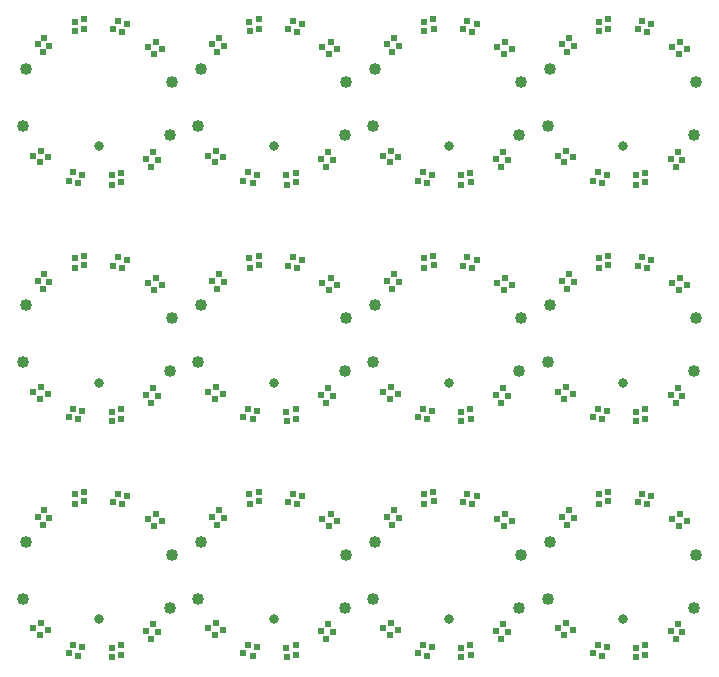
<source format=gbs>
G75*
%MOIN*%
%OFA0B0*%
%FSLAX25Y25*%
%IPPOS*%
%LPD*%
%AMOC8*
5,1,8,0,0,1.08239X$1,22.5*
%
%ADD10C,0.03156*%
%ADD11C,0.02369*%
%ADD12C,0.04000*%
D10*
X0094504Y0083687D03*
X0152772Y0083687D03*
X0211039Y0083687D03*
X0269307Y0083687D03*
X0269307Y0162427D03*
X0211039Y0162427D03*
X0152772Y0162427D03*
X0094504Y0162427D03*
X0094504Y0241167D03*
X0152772Y0241167D03*
X0211039Y0241167D03*
X0269307Y0241167D03*
D11*
X0074817Y0078371D03*
X0072568Y0080611D03*
X0075292Y0082240D03*
X0077542Y0080000D03*
X0085914Y0075001D03*
X0084369Y0072229D03*
X0087437Y0071414D03*
X0088982Y0074187D03*
X0098732Y0074044D03*
X0101796Y0074872D03*
X0101844Y0071698D03*
X0098780Y0070870D03*
X0111940Y0076899D03*
X0110311Y0079623D03*
X0112551Y0081872D03*
X0114180Y0079148D03*
X0130836Y0080611D03*
X0133560Y0082240D03*
X0135809Y0080000D03*
X0133085Y0078371D03*
X0142637Y0072229D03*
X0144182Y0075001D03*
X0147249Y0074187D03*
X0145704Y0071414D03*
X0157048Y0070870D03*
X0156999Y0074044D03*
X0160064Y0074872D03*
X0160112Y0071698D03*
X0170208Y0076899D03*
X0172447Y0079148D03*
X0170819Y0081872D03*
X0168579Y0079623D03*
X0189103Y0080611D03*
X0191353Y0078371D03*
X0194077Y0080000D03*
X0191828Y0082240D03*
X0202449Y0075001D03*
X0200904Y0072229D03*
X0203972Y0071414D03*
X0205517Y0074187D03*
X0215267Y0074044D03*
X0218331Y0074872D03*
X0218380Y0071698D03*
X0215316Y0070870D03*
X0226847Y0079623D03*
X0229086Y0081872D03*
X0230715Y0079148D03*
X0228476Y0076899D03*
X0247371Y0080611D03*
X0249620Y0078371D03*
X0252345Y0080000D03*
X0250095Y0082240D03*
X0259172Y0072229D03*
X0260717Y0075001D03*
X0263785Y0074187D03*
X0262240Y0071414D03*
X0273583Y0070870D03*
X0273535Y0074044D03*
X0276599Y0074872D03*
X0276648Y0071698D03*
X0286743Y0076899D03*
X0285114Y0079623D03*
X0287354Y0081872D03*
X0288983Y0079148D03*
X0287731Y0114642D03*
X0285482Y0116882D03*
X0288206Y0118510D03*
X0290456Y0116271D03*
X0278655Y0124653D03*
X0277110Y0121880D03*
X0274042Y0122695D03*
X0275587Y0125468D03*
X0264243Y0126012D03*
X0261179Y0125184D03*
X0261228Y0122010D03*
X0264292Y0122838D03*
X0252712Y0117259D03*
X0251083Y0119983D03*
X0248844Y0117734D03*
X0250473Y0115010D03*
X0232188Y0116271D03*
X0229939Y0118510D03*
X0227214Y0116882D03*
X0229464Y0114642D03*
X0218842Y0121880D03*
X0215774Y0122695D03*
X0217319Y0125468D03*
X0220387Y0124653D03*
X0206024Y0122838D03*
X0202960Y0122010D03*
X0202911Y0125184D03*
X0205976Y0126012D03*
X0192816Y0119983D03*
X0194445Y0117259D03*
X0192205Y0115010D03*
X0190576Y0117734D03*
X0173920Y0116271D03*
X0171671Y0118510D03*
X0168947Y0116882D03*
X0171196Y0114642D03*
X0160574Y0121880D03*
X0157507Y0122695D03*
X0159051Y0125468D03*
X0162119Y0124653D03*
X0147708Y0126012D03*
X0147756Y0122838D03*
X0144692Y0122010D03*
X0144644Y0125184D03*
X0136177Y0117259D03*
X0134548Y0119983D03*
X0132308Y0117734D03*
X0133937Y0115010D03*
X0115653Y0116271D03*
X0113403Y0118510D03*
X0110679Y0116882D03*
X0112928Y0114642D03*
X0102307Y0121880D03*
X0103851Y0124653D03*
X0100784Y0125468D03*
X0099239Y0122695D03*
X0089489Y0122838D03*
X0086425Y0122010D03*
X0086376Y0125184D03*
X0089440Y0126012D03*
X0076280Y0119983D03*
X0074041Y0117734D03*
X0075670Y0115010D03*
X0077909Y0117259D03*
X0087437Y0150154D03*
X0088982Y0152927D03*
X0085914Y0153742D03*
X0084369Y0150969D03*
X0077542Y0158740D03*
X0074817Y0157112D03*
X0072568Y0159351D03*
X0075292Y0160980D03*
X0098732Y0152784D03*
X0101796Y0153612D03*
X0101844Y0150438D03*
X0098780Y0149610D03*
X0111940Y0155639D03*
X0110311Y0158363D03*
X0112551Y0160612D03*
X0114180Y0157888D03*
X0130836Y0159351D03*
X0133085Y0157112D03*
X0135809Y0158740D03*
X0133560Y0160980D03*
X0144182Y0153742D03*
X0147249Y0152927D03*
X0145704Y0150154D03*
X0142637Y0150969D03*
X0157048Y0149610D03*
X0160112Y0150438D03*
X0160064Y0153612D03*
X0156999Y0152784D03*
X0168579Y0158363D03*
X0170208Y0155639D03*
X0172447Y0157888D03*
X0170819Y0160612D03*
X0189103Y0159351D03*
X0191353Y0157112D03*
X0194077Y0158740D03*
X0191828Y0160980D03*
X0202449Y0153742D03*
X0200904Y0150969D03*
X0203972Y0150154D03*
X0205517Y0152927D03*
X0215267Y0152784D03*
X0218331Y0153612D03*
X0218380Y0150438D03*
X0215316Y0149610D03*
X0226847Y0158363D03*
X0228476Y0155639D03*
X0230715Y0157888D03*
X0229086Y0160612D03*
X0247371Y0159351D03*
X0249620Y0157112D03*
X0252345Y0158740D03*
X0250095Y0160980D03*
X0260717Y0153742D03*
X0263785Y0152927D03*
X0262240Y0150154D03*
X0259172Y0150969D03*
X0273583Y0149610D03*
X0273535Y0152784D03*
X0276599Y0153612D03*
X0276648Y0150438D03*
X0286743Y0155639D03*
X0285114Y0158363D03*
X0287354Y0160612D03*
X0288983Y0157888D03*
X0287731Y0193382D03*
X0285482Y0195622D03*
X0288206Y0197251D03*
X0290456Y0195011D03*
X0278655Y0203393D03*
X0277110Y0200621D03*
X0274042Y0201435D03*
X0275587Y0204208D03*
X0264243Y0204752D03*
X0261179Y0203924D03*
X0261228Y0200750D03*
X0264292Y0201578D03*
X0252712Y0195999D03*
X0250473Y0193750D03*
X0248844Y0196474D03*
X0251083Y0198723D03*
X0232188Y0195011D03*
X0229464Y0193382D03*
X0227214Y0195622D03*
X0229939Y0197251D03*
X0220387Y0203393D03*
X0218842Y0200621D03*
X0215774Y0201435D03*
X0217319Y0204208D03*
X0206024Y0201578D03*
X0202960Y0200750D03*
X0202911Y0203924D03*
X0205976Y0204752D03*
X0192816Y0198723D03*
X0194445Y0195999D03*
X0192205Y0193750D03*
X0190576Y0196474D03*
X0173920Y0195011D03*
X0171196Y0193382D03*
X0168947Y0195622D03*
X0171671Y0197251D03*
X0162119Y0203393D03*
X0160574Y0200621D03*
X0157507Y0201435D03*
X0159051Y0204208D03*
X0147708Y0204752D03*
X0147756Y0201578D03*
X0144692Y0200750D03*
X0144644Y0203924D03*
X0134548Y0198723D03*
X0136177Y0195999D03*
X0133937Y0193750D03*
X0132308Y0196474D03*
X0115653Y0195011D03*
X0113403Y0197251D03*
X0110679Y0195622D03*
X0112928Y0193382D03*
X0103851Y0203393D03*
X0102307Y0200621D03*
X0099239Y0201435D03*
X0100784Y0204208D03*
X0089440Y0204752D03*
X0086376Y0203924D03*
X0086425Y0200750D03*
X0089489Y0201578D03*
X0077909Y0195999D03*
X0075670Y0193750D03*
X0074041Y0196474D03*
X0076280Y0198723D03*
X0084369Y0229709D03*
X0085914Y0232482D03*
X0088982Y0231667D03*
X0087437Y0228894D03*
X0098780Y0228350D03*
X0098732Y0231524D03*
X0101796Y0232352D03*
X0101844Y0229178D03*
X0111940Y0234379D03*
X0110311Y0237103D03*
X0112551Y0239353D03*
X0114180Y0236628D03*
X0130836Y0238091D03*
X0133085Y0235852D03*
X0135809Y0237481D03*
X0133560Y0239720D03*
X0144182Y0232482D03*
X0147249Y0231667D03*
X0145704Y0228894D03*
X0142637Y0229709D03*
X0157048Y0228350D03*
X0160112Y0229178D03*
X0160064Y0232352D03*
X0156999Y0231524D03*
X0168579Y0237103D03*
X0170208Y0234379D03*
X0172447Y0236628D03*
X0170819Y0239353D03*
X0189103Y0238091D03*
X0191353Y0235852D03*
X0194077Y0237481D03*
X0191828Y0239720D03*
X0202449Y0232482D03*
X0200904Y0229709D03*
X0203972Y0228894D03*
X0205517Y0231667D03*
X0215267Y0231524D03*
X0215316Y0228350D03*
X0218380Y0229178D03*
X0218331Y0232352D03*
X0226847Y0237103D03*
X0228476Y0234379D03*
X0230715Y0236628D03*
X0229086Y0239353D03*
X0247371Y0238091D03*
X0249620Y0235852D03*
X0252345Y0237481D03*
X0250095Y0239720D03*
X0260717Y0232482D03*
X0263785Y0231667D03*
X0262240Y0228894D03*
X0259172Y0229709D03*
X0273583Y0228350D03*
X0273535Y0231524D03*
X0276599Y0232352D03*
X0276648Y0229178D03*
X0286743Y0234379D03*
X0285114Y0237103D03*
X0287354Y0239353D03*
X0288983Y0236628D03*
X0287731Y0272122D03*
X0285482Y0274362D03*
X0288206Y0275991D03*
X0290456Y0273751D03*
X0278655Y0282134D03*
X0275587Y0282948D03*
X0274042Y0280176D03*
X0277110Y0279361D03*
X0264292Y0280319D03*
X0264243Y0283492D03*
X0261179Y0282664D03*
X0261228Y0279490D03*
X0252712Y0274739D03*
X0250473Y0272490D03*
X0248844Y0275214D03*
X0251083Y0277464D03*
X0232188Y0273751D03*
X0229464Y0272122D03*
X0227214Y0274362D03*
X0229939Y0275991D03*
X0220387Y0282134D03*
X0217319Y0282948D03*
X0215774Y0280176D03*
X0218842Y0279361D03*
X0206024Y0280319D03*
X0205976Y0283492D03*
X0202911Y0282664D03*
X0202960Y0279490D03*
X0194445Y0274739D03*
X0192205Y0272490D03*
X0190576Y0275214D03*
X0192816Y0277464D03*
X0173920Y0273751D03*
X0171196Y0272122D03*
X0168947Y0274362D03*
X0171671Y0275991D03*
X0162119Y0282134D03*
X0159051Y0282948D03*
X0157507Y0280176D03*
X0160574Y0279361D03*
X0147756Y0280319D03*
X0147708Y0283492D03*
X0144644Y0282664D03*
X0144692Y0279490D03*
X0136177Y0274739D03*
X0133937Y0272490D03*
X0132308Y0275214D03*
X0134548Y0277464D03*
X0115653Y0273751D03*
X0112928Y0272122D03*
X0110679Y0274362D03*
X0113403Y0275991D03*
X0103851Y0282134D03*
X0100784Y0282948D03*
X0099239Y0280176D03*
X0102307Y0279361D03*
X0089489Y0280319D03*
X0089440Y0283492D03*
X0086376Y0282664D03*
X0086425Y0279490D03*
X0077909Y0274739D03*
X0075670Y0272490D03*
X0074041Y0275214D03*
X0076280Y0277464D03*
X0075292Y0239720D03*
X0072568Y0238091D03*
X0074817Y0235852D03*
X0077542Y0237481D03*
D12*
X0069213Y0247916D03*
X0070110Y0266921D03*
X0118701Y0262583D03*
X0128378Y0266921D03*
X0127481Y0247916D03*
X0118110Y0244921D03*
X0128378Y0188181D03*
X0118701Y0183843D03*
X0127481Y0169176D03*
X0118110Y0166181D03*
X0069213Y0169176D03*
X0070110Y0188181D03*
X0070110Y0109441D03*
X0069213Y0090435D03*
X0118110Y0087441D03*
X0127481Y0090435D03*
X0118701Y0105102D03*
X0128378Y0109441D03*
X0176969Y0105102D03*
X0186646Y0109441D03*
X0185749Y0090435D03*
X0176378Y0087441D03*
X0234646Y0087441D03*
X0244017Y0090435D03*
X0235236Y0105102D03*
X0244913Y0109441D03*
X0293504Y0105102D03*
X0292913Y0087441D03*
X0292913Y0166181D03*
X0293504Y0183843D03*
X0244913Y0188181D03*
X0235236Y0183843D03*
X0244017Y0169176D03*
X0234646Y0166181D03*
X0185749Y0169176D03*
X0176378Y0166181D03*
X0176969Y0183843D03*
X0186646Y0188181D03*
X0176378Y0244921D03*
X0185749Y0247916D03*
X0176969Y0262583D03*
X0186646Y0266921D03*
X0235236Y0262583D03*
X0244913Y0266921D03*
X0244017Y0247916D03*
X0234646Y0244921D03*
X0292913Y0244921D03*
X0293504Y0262583D03*
M02*

</source>
